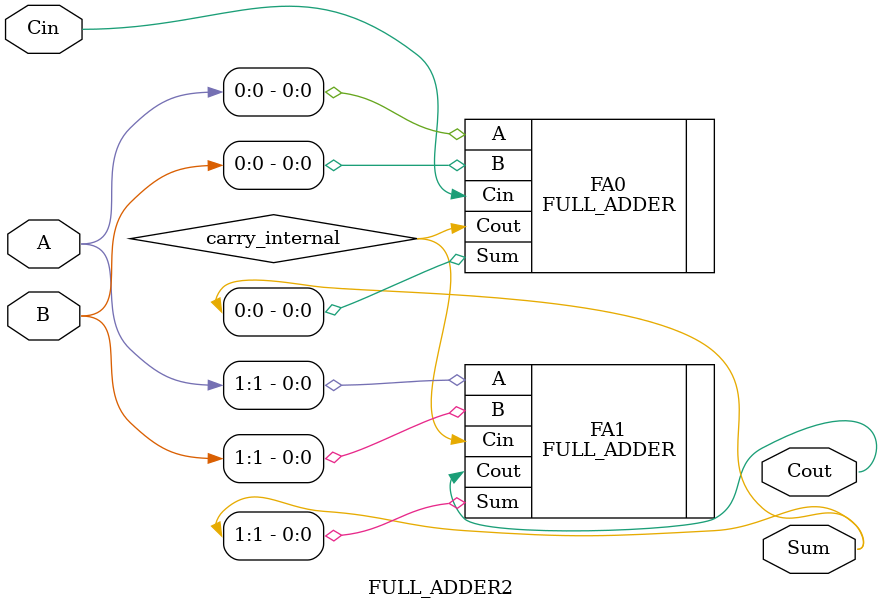
<source format=v>
module FULL_ADDER2(
    input [1:0] A,
    input [1:0] B,
    input Cin,
    output [1:0] Sum,
    output Cout
);
    wire carry_internal;

    // First Full Adder (bit 0)
    FULL_ADDER FA0 (
        .A(A[0]),
        .B(B[0]),
        .Cin(Cin),
        .Sum(Sum[0]),
        .Cout(carry_internal)
    );

    // Second Full Adder (bit 1)
    FULL_ADDER FA1 (
        .A(A[1]),
        .B(B[1]),
        .Cin(carry_internal),
        .Sum(Sum[1]),
        .Cout(Cout)
    );
endmodule
</source>
